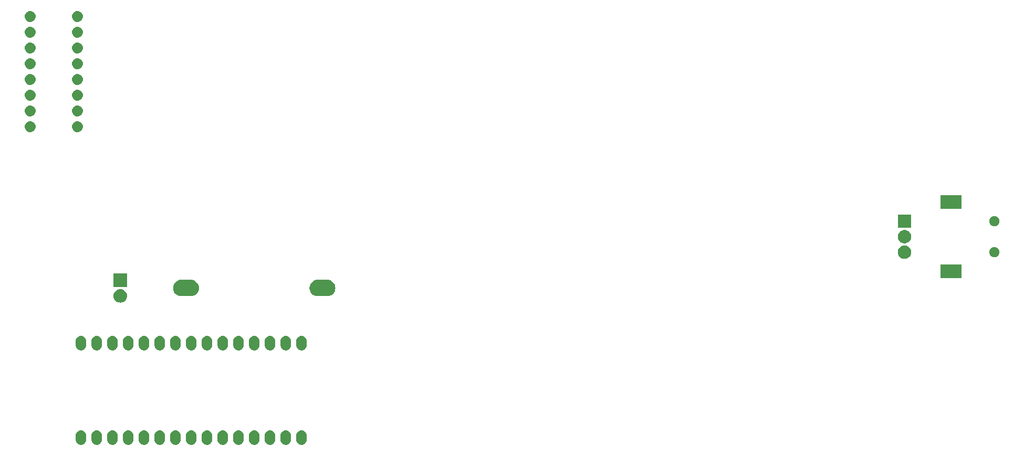
<source format=gbs>
G04 #@! TF.GenerationSoftware,KiCad,Pcbnew,5.0.0-rc2*
G04 #@! TF.CreationDate,2019-03-17T20:22:20-04:00*
G04 #@! TF.ProjectId,pcb,7063622E6B696361645F706362000000,rev?*
G04 #@! TF.SameCoordinates,Original*
G04 #@! TF.FileFunction,Soldermask,Bot*
G04 #@! TF.FilePolarity,Negative*
%FSLAX46Y46*%
G04 Gerber Fmt 4.6, Leading zero omitted, Abs format (unit mm)*
G04 Created by KiCad (PCBNEW 5.0.0-rc2) date Sun Mar 17 20:22:20 2019*
%MOMM*%
%LPD*%
G01*
G04 APERTURE LIST*
%ADD10C,0.100000*%
G04 APERTURE END LIST*
D10*
G36*
X192504312Y-174716109D02*
X192504315Y-174716110D01*
X192504316Y-174716110D01*
X192541361Y-174727347D01*
X192662316Y-174764038D01*
X192807933Y-174841872D01*
X192935564Y-174946617D01*
X193040309Y-175074248D01*
X193118143Y-175219865D01*
X193118528Y-175221135D01*
X193166071Y-175377864D01*
X193166072Y-175377869D01*
X193178200Y-175501006D01*
X193178199Y-176258995D01*
X193166071Y-176382132D01*
X193118142Y-176540136D01*
X193040308Y-176685753D01*
X192935563Y-176813384D01*
X192807932Y-176918129D01*
X192662315Y-176995963D01*
X192541360Y-177032654D01*
X192504315Y-177043891D01*
X192504314Y-177043891D01*
X192504311Y-177043892D01*
X192340001Y-177060076D01*
X192175688Y-177043891D01*
X192175685Y-177043890D01*
X192175684Y-177043890D01*
X192138639Y-177032653D01*
X192017684Y-176995962D01*
X191872067Y-176918128D01*
X191744436Y-176813383D01*
X191639691Y-176685752D01*
X191561857Y-176540135D01*
X191525166Y-176419180D01*
X191513929Y-176382135D01*
X191513929Y-176382134D01*
X191513928Y-176382131D01*
X191501800Y-176258994D01*
X191501801Y-175501005D01*
X191513929Y-175377868D01*
X191561858Y-175219864D01*
X191639692Y-175074247D01*
X191744437Y-174946616D01*
X191872068Y-174841871D01*
X192017685Y-174764037D01*
X192138640Y-174727346D01*
X192175685Y-174716109D01*
X192175686Y-174716109D01*
X192175689Y-174716108D01*
X192339999Y-174699924D01*
X192504312Y-174716109D01*
X192504312Y-174716109D01*
G37*
G36*
X200124312Y-174716109D02*
X200124315Y-174716110D01*
X200124316Y-174716110D01*
X200161361Y-174727347D01*
X200282316Y-174764038D01*
X200427933Y-174841872D01*
X200555564Y-174946617D01*
X200660309Y-175074248D01*
X200738143Y-175219865D01*
X200738528Y-175221135D01*
X200786071Y-175377864D01*
X200786072Y-175377869D01*
X200798200Y-175501006D01*
X200798199Y-176258995D01*
X200786071Y-176382132D01*
X200738142Y-176540136D01*
X200660308Y-176685753D01*
X200555563Y-176813384D01*
X200427932Y-176918129D01*
X200282315Y-176995963D01*
X200161360Y-177032654D01*
X200124315Y-177043891D01*
X200124314Y-177043891D01*
X200124311Y-177043892D01*
X199960001Y-177060076D01*
X199795688Y-177043891D01*
X199795685Y-177043890D01*
X199795684Y-177043890D01*
X199758639Y-177032653D01*
X199637684Y-176995962D01*
X199492067Y-176918128D01*
X199364436Y-176813383D01*
X199259691Y-176685752D01*
X199181857Y-176540135D01*
X199145166Y-176419180D01*
X199133929Y-176382135D01*
X199133929Y-176382134D01*
X199133928Y-176382131D01*
X199121800Y-176258994D01*
X199121801Y-175501005D01*
X199133929Y-175377868D01*
X199181858Y-175219864D01*
X199259692Y-175074247D01*
X199364437Y-174946616D01*
X199492068Y-174841871D01*
X199637685Y-174764037D01*
X199758640Y-174727346D01*
X199795685Y-174716109D01*
X199795686Y-174716109D01*
X199795689Y-174716108D01*
X199959999Y-174699924D01*
X200124312Y-174716109D01*
X200124312Y-174716109D01*
G37*
G36*
X197584312Y-174716109D02*
X197584315Y-174716110D01*
X197584316Y-174716110D01*
X197621361Y-174727347D01*
X197742316Y-174764038D01*
X197887933Y-174841872D01*
X198015564Y-174946617D01*
X198120309Y-175074248D01*
X198198143Y-175219865D01*
X198198528Y-175221135D01*
X198246071Y-175377864D01*
X198246072Y-175377869D01*
X198258200Y-175501006D01*
X198258199Y-176258995D01*
X198246071Y-176382132D01*
X198198142Y-176540136D01*
X198120308Y-176685753D01*
X198015563Y-176813384D01*
X197887932Y-176918129D01*
X197742315Y-176995963D01*
X197621360Y-177032654D01*
X197584315Y-177043891D01*
X197584314Y-177043891D01*
X197584311Y-177043892D01*
X197420001Y-177060076D01*
X197255688Y-177043891D01*
X197255685Y-177043890D01*
X197255684Y-177043890D01*
X197218639Y-177032653D01*
X197097684Y-176995962D01*
X196952067Y-176918128D01*
X196824436Y-176813383D01*
X196719691Y-176685752D01*
X196641857Y-176540135D01*
X196605166Y-176419180D01*
X196593929Y-176382135D01*
X196593929Y-176382134D01*
X196593928Y-176382131D01*
X196581800Y-176258994D01*
X196581801Y-175501005D01*
X196593929Y-175377868D01*
X196641858Y-175219864D01*
X196719692Y-175074247D01*
X196824437Y-174946616D01*
X196952068Y-174841871D01*
X197097685Y-174764037D01*
X197218640Y-174727346D01*
X197255685Y-174716109D01*
X197255686Y-174716109D01*
X197255689Y-174716108D01*
X197419999Y-174699924D01*
X197584312Y-174716109D01*
X197584312Y-174716109D01*
G37*
G36*
X195044312Y-174716109D02*
X195044315Y-174716110D01*
X195044316Y-174716110D01*
X195081361Y-174727347D01*
X195202316Y-174764038D01*
X195347933Y-174841872D01*
X195475564Y-174946617D01*
X195580309Y-175074248D01*
X195658143Y-175219865D01*
X195658528Y-175221135D01*
X195706071Y-175377864D01*
X195706072Y-175377869D01*
X195718200Y-175501006D01*
X195718199Y-176258995D01*
X195706071Y-176382132D01*
X195658142Y-176540136D01*
X195580308Y-176685753D01*
X195475563Y-176813384D01*
X195347932Y-176918129D01*
X195202315Y-176995963D01*
X195081360Y-177032654D01*
X195044315Y-177043891D01*
X195044314Y-177043891D01*
X195044311Y-177043892D01*
X194880001Y-177060076D01*
X194715688Y-177043891D01*
X194715685Y-177043890D01*
X194715684Y-177043890D01*
X194678639Y-177032653D01*
X194557684Y-176995962D01*
X194412067Y-176918128D01*
X194284436Y-176813383D01*
X194179691Y-176685752D01*
X194101857Y-176540135D01*
X194065166Y-176419180D01*
X194053929Y-176382135D01*
X194053929Y-176382134D01*
X194053928Y-176382131D01*
X194041800Y-176258994D01*
X194041801Y-175501005D01*
X194053929Y-175377868D01*
X194101858Y-175219864D01*
X194179692Y-175074247D01*
X194284437Y-174946616D01*
X194412068Y-174841871D01*
X194557685Y-174764037D01*
X194678640Y-174727346D01*
X194715685Y-174716109D01*
X194715686Y-174716109D01*
X194715689Y-174716108D01*
X194879999Y-174699924D01*
X195044312Y-174716109D01*
X195044312Y-174716109D01*
G37*
G36*
X212824312Y-174717379D02*
X212824315Y-174717380D01*
X212824316Y-174717380D01*
X212861361Y-174728617D01*
X212982316Y-174765308D01*
X213127933Y-174843142D01*
X213255564Y-174947887D01*
X213360309Y-175075518D01*
X213438143Y-175221135D01*
X213474834Y-175342090D01*
X213486071Y-175379134D01*
X213486072Y-175379139D01*
X213498200Y-175502276D01*
X213498199Y-176257725D01*
X213486071Y-176380862D01*
X213438142Y-176538866D01*
X213360308Y-176684483D01*
X213255563Y-176812114D01*
X213127932Y-176916859D01*
X212982315Y-176994693D01*
X212861360Y-177031384D01*
X212824315Y-177042621D01*
X212824314Y-177042621D01*
X212824311Y-177042622D01*
X212660001Y-177058806D01*
X212495688Y-177042621D01*
X212495685Y-177042620D01*
X212495684Y-177042620D01*
X212458639Y-177031383D01*
X212337684Y-176994692D01*
X212192067Y-176916858D01*
X212064436Y-176812113D01*
X211959691Y-176684482D01*
X211881857Y-176538865D01*
X211834314Y-176382135D01*
X211833929Y-176380865D01*
X211833929Y-176380864D01*
X211833928Y-176380861D01*
X211821800Y-176257724D01*
X211821801Y-175502275D01*
X211833929Y-175379138D01*
X211881858Y-175221134D01*
X211959692Y-175075517D01*
X212064437Y-174947886D01*
X212192068Y-174843141D01*
X212337685Y-174765307D01*
X212495682Y-174717380D01*
X212495685Y-174717379D01*
X212495686Y-174717379D01*
X212495689Y-174717378D01*
X212659999Y-174701194D01*
X212824312Y-174717379D01*
X212824312Y-174717379D01*
G37*
G36*
X205204312Y-174717379D02*
X205204315Y-174717380D01*
X205204316Y-174717380D01*
X205241361Y-174728617D01*
X205362316Y-174765308D01*
X205507933Y-174843142D01*
X205635564Y-174947887D01*
X205740309Y-175075518D01*
X205818143Y-175221135D01*
X205854834Y-175342090D01*
X205866071Y-175379134D01*
X205866072Y-175379139D01*
X205878200Y-175502276D01*
X205878199Y-176257725D01*
X205866071Y-176380862D01*
X205818142Y-176538866D01*
X205740308Y-176684483D01*
X205635563Y-176812114D01*
X205507932Y-176916859D01*
X205362315Y-176994693D01*
X205241360Y-177031384D01*
X205204315Y-177042621D01*
X205204314Y-177042621D01*
X205204311Y-177042622D01*
X205040001Y-177058806D01*
X204875688Y-177042621D01*
X204875685Y-177042620D01*
X204875684Y-177042620D01*
X204838639Y-177031383D01*
X204717684Y-176994692D01*
X204572067Y-176916858D01*
X204444436Y-176812113D01*
X204339691Y-176684482D01*
X204261857Y-176538865D01*
X204214314Y-176382135D01*
X204213929Y-176380865D01*
X204213929Y-176380864D01*
X204213928Y-176380861D01*
X204201800Y-176257724D01*
X204201801Y-175502275D01*
X204213929Y-175379138D01*
X204261858Y-175221134D01*
X204339692Y-175075517D01*
X204444437Y-174947886D01*
X204572068Y-174843141D01*
X204717685Y-174765307D01*
X204875682Y-174717380D01*
X204875685Y-174717379D01*
X204875686Y-174717379D01*
X204875689Y-174717378D01*
X205039999Y-174701194D01*
X205204312Y-174717379D01*
X205204312Y-174717379D01*
G37*
G36*
X207744312Y-174717379D02*
X207744315Y-174717380D01*
X207744316Y-174717380D01*
X207781361Y-174728617D01*
X207902316Y-174765308D01*
X208047933Y-174843142D01*
X208175564Y-174947887D01*
X208280309Y-175075518D01*
X208358143Y-175221135D01*
X208394834Y-175342090D01*
X208406071Y-175379134D01*
X208406072Y-175379139D01*
X208418200Y-175502276D01*
X208418199Y-176257725D01*
X208406071Y-176380862D01*
X208358142Y-176538866D01*
X208280308Y-176684483D01*
X208175563Y-176812114D01*
X208047932Y-176916859D01*
X207902315Y-176994693D01*
X207781360Y-177031384D01*
X207744315Y-177042621D01*
X207744314Y-177042621D01*
X207744311Y-177042622D01*
X207580001Y-177058806D01*
X207415688Y-177042621D01*
X207415685Y-177042620D01*
X207415684Y-177042620D01*
X207378639Y-177031383D01*
X207257684Y-176994692D01*
X207112067Y-176916858D01*
X206984436Y-176812113D01*
X206879691Y-176684482D01*
X206801857Y-176538865D01*
X206754314Y-176382135D01*
X206753929Y-176380865D01*
X206753929Y-176380864D01*
X206753928Y-176380861D01*
X206741800Y-176257724D01*
X206741801Y-175502275D01*
X206753929Y-175379138D01*
X206801858Y-175221134D01*
X206879692Y-175075517D01*
X206984437Y-174947886D01*
X207112068Y-174843141D01*
X207257685Y-174765307D01*
X207415682Y-174717380D01*
X207415685Y-174717379D01*
X207415686Y-174717379D01*
X207415689Y-174717378D01*
X207579999Y-174701194D01*
X207744312Y-174717379D01*
X207744312Y-174717379D01*
G37*
G36*
X210284312Y-174717379D02*
X210284315Y-174717380D01*
X210284316Y-174717380D01*
X210321361Y-174728617D01*
X210442316Y-174765308D01*
X210587933Y-174843142D01*
X210715564Y-174947887D01*
X210820309Y-175075518D01*
X210898143Y-175221135D01*
X210934834Y-175342090D01*
X210946071Y-175379134D01*
X210946072Y-175379139D01*
X210958200Y-175502276D01*
X210958199Y-176257725D01*
X210946071Y-176380862D01*
X210898142Y-176538866D01*
X210820308Y-176684483D01*
X210715563Y-176812114D01*
X210587932Y-176916859D01*
X210442315Y-176994693D01*
X210321360Y-177031384D01*
X210284315Y-177042621D01*
X210284314Y-177042621D01*
X210284311Y-177042622D01*
X210120001Y-177058806D01*
X209955688Y-177042621D01*
X209955685Y-177042620D01*
X209955684Y-177042620D01*
X209918639Y-177031383D01*
X209797684Y-176994692D01*
X209652067Y-176916858D01*
X209524436Y-176812113D01*
X209419691Y-176684482D01*
X209341857Y-176538865D01*
X209294314Y-176382135D01*
X209293929Y-176380865D01*
X209293929Y-176380864D01*
X209293928Y-176380861D01*
X209281800Y-176257724D01*
X209281801Y-175502275D01*
X209293929Y-175379138D01*
X209341858Y-175221134D01*
X209419692Y-175075517D01*
X209524437Y-174947886D01*
X209652068Y-174843141D01*
X209797685Y-174765307D01*
X209955682Y-174717380D01*
X209955685Y-174717379D01*
X209955686Y-174717379D01*
X209955689Y-174717378D01*
X210119999Y-174701194D01*
X210284312Y-174717379D01*
X210284312Y-174717379D01*
G37*
G36*
X220444312Y-174717379D02*
X220444315Y-174717380D01*
X220444316Y-174717380D01*
X220481361Y-174728617D01*
X220602316Y-174765308D01*
X220747933Y-174843142D01*
X220875564Y-174947887D01*
X220980309Y-175075518D01*
X221058143Y-175221135D01*
X221094834Y-175342090D01*
X221106071Y-175379134D01*
X221106072Y-175379139D01*
X221118200Y-175502276D01*
X221118199Y-176257725D01*
X221106071Y-176380862D01*
X221058142Y-176538866D01*
X220980308Y-176684483D01*
X220875563Y-176812114D01*
X220747932Y-176916859D01*
X220602315Y-176994693D01*
X220481360Y-177031384D01*
X220444315Y-177042621D01*
X220444314Y-177042621D01*
X220444311Y-177042622D01*
X220280001Y-177058806D01*
X220115688Y-177042621D01*
X220115685Y-177042620D01*
X220115684Y-177042620D01*
X220078639Y-177031383D01*
X219957684Y-176994692D01*
X219812067Y-176916858D01*
X219684436Y-176812113D01*
X219579691Y-176684482D01*
X219501857Y-176538865D01*
X219454314Y-176382135D01*
X219453929Y-176380865D01*
X219453929Y-176380864D01*
X219453928Y-176380861D01*
X219441800Y-176257724D01*
X219441801Y-175502275D01*
X219453929Y-175379138D01*
X219501858Y-175221134D01*
X219579692Y-175075517D01*
X219684437Y-174947886D01*
X219812068Y-174843141D01*
X219957685Y-174765307D01*
X220115682Y-174717380D01*
X220115685Y-174717379D01*
X220115686Y-174717379D01*
X220115689Y-174717378D01*
X220279999Y-174701194D01*
X220444312Y-174717379D01*
X220444312Y-174717379D01*
G37*
G36*
X215364312Y-174717379D02*
X215364315Y-174717380D01*
X215364316Y-174717380D01*
X215401361Y-174728617D01*
X215522316Y-174765308D01*
X215667933Y-174843142D01*
X215795564Y-174947887D01*
X215900309Y-175075518D01*
X215978143Y-175221135D01*
X216014834Y-175342090D01*
X216026071Y-175379134D01*
X216026072Y-175379139D01*
X216038200Y-175502276D01*
X216038199Y-176257725D01*
X216026071Y-176380862D01*
X215978142Y-176538866D01*
X215900308Y-176684483D01*
X215795563Y-176812114D01*
X215667932Y-176916859D01*
X215522315Y-176994693D01*
X215401360Y-177031384D01*
X215364315Y-177042621D01*
X215364314Y-177042621D01*
X215364311Y-177042622D01*
X215200001Y-177058806D01*
X215035688Y-177042621D01*
X215035685Y-177042620D01*
X215035684Y-177042620D01*
X214998639Y-177031383D01*
X214877684Y-176994692D01*
X214732067Y-176916858D01*
X214604436Y-176812113D01*
X214499691Y-176684482D01*
X214421857Y-176538865D01*
X214374314Y-176382135D01*
X214373929Y-176380865D01*
X214373929Y-176380864D01*
X214373928Y-176380861D01*
X214361800Y-176257724D01*
X214361801Y-175502275D01*
X214373929Y-175379138D01*
X214421858Y-175221134D01*
X214499692Y-175075517D01*
X214604437Y-174947886D01*
X214732068Y-174843141D01*
X214877685Y-174765307D01*
X215035682Y-174717380D01*
X215035685Y-174717379D01*
X215035686Y-174717379D01*
X215035689Y-174717378D01*
X215199999Y-174701194D01*
X215364312Y-174717379D01*
X215364312Y-174717379D01*
G37*
G36*
X217904312Y-174717379D02*
X217904315Y-174717380D01*
X217904316Y-174717380D01*
X217941361Y-174728617D01*
X218062316Y-174765308D01*
X218207933Y-174843142D01*
X218335564Y-174947887D01*
X218440309Y-175075518D01*
X218518143Y-175221135D01*
X218554834Y-175342090D01*
X218566071Y-175379134D01*
X218566072Y-175379139D01*
X218578200Y-175502276D01*
X218578199Y-176257725D01*
X218566071Y-176380862D01*
X218518142Y-176538866D01*
X218440308Y-176684483D01*
X218335563Y-176812114D01*
X218207932Y-176916859D01*
X218062315Y-176994693D01*
X217941360Y-177031384D01*
X217904315Y-177042621D01*
X217904314Y-177042621D01*
X217904311Y-177042622D01*
X217740001Y-177058806D01*
X217575688Y-177042621D01*
X217575685Y-177042620D01*
X217575684Y-177042620D01*
X217538639Y-177031383D01*
X217417684Y-176994692D01*
X217272067Y-176916858D01*
X217144436Y-176812113D01*
X217039691Y-176684482D01*
X216961857Y-176538865D01*
X216914314Y-176382135D01*
X216913929Y-176380865D01*
X216913929Y-176380864D01*
X216913928Y-176380861D01*
X216901800Y-176257724D01*
X216901801Y-175502275D01*
X216913929Y-175379138D01*
X216961858Y-175221134D01*
X217039692Y-175075517D01*
X217144437Y-174947886D01*
X217272068Y-174843141D01*
X217417685Y-174765307D01*
X217575682Y-174717380D01*
X217575685Y-174717379D01*
X217575686Y-174717379D01*
X217575689Y-174717378D01*
X217739999Y-174701194D01*
X217904312Y-174717379D01*
X217904312Y-174717379D01*
G37*
G36*
X222984312Y-174717379D02*
X222984315Y-174717380D01*
X222984316Y-174717380D01*
X223021361Y-174728617D01*
X223142316Y-174765308D01*
X223287933Y-174843142D01*
X223415564Y-174947887D01*
X223520309Y-175075518D01*
X223598143Y-175221135D01*
X223634834Y-175342090D01*
X223646071Y-175379134D01*
X223646072Y-175379139D01*
X223658200Y-175502276D01*
X223658199Y-176257725D01*
X223646071Y-176380862D01*
X223598142Y-176538866D01*
X223520308Y-176684483D01*
X223415563Y-176812114D01*
X223287932Y-176916859D01*
X223142315Y-176994693D01*
X223021360Y-177031384D01*
X222984315Y-177042621D01*
X222984314Y-177042621D01*
X222984311Y-177042622D01*
X222820001Y-177058806D01*
X222655688Y-177042621D01*
X222655685Y-177042620D01*
X222655684Y-177042620D01*
X222618639Y-177031383D01*
X222497684Y-176994692D01*
X222352067Y-176916858D01*
X222224436Y-176812113D01*
X222119691Y-176684482D01*
X222041857Y-176538865D01*
X221994314Y-176382135D01*
X221993929Y-176380865D01*
X221993929Y-176380864D01*
X221993928Y-176380861D01*
X221981800Y-176257724D01*
X221981801Y-175502275D01*
X221993929Y-175379138D01*
X222041858Y-175221134D01*
X222119692Y-175075517D01*
X222224437Y-174947886D01*
X222352068Y-174843141D01*
X222497685Y-174765307D01*
X222655682Y-174717380D01*
X222655685Y-174717379D01*
X222655686Y-174717379D01*
X222655689Y-174717378D01*
X222819999Y-174701194D01*
X222984312Y-174717379D01*
X222984312Y-174717379D01*
G37*
G36*
X225524312Y-174717379D02*
X225524315Y-174717380D01*
X225524316Y-174717380D01*
X225561361Y-174728617D01*
X225682316Y-174765308D01*
X225827933Y-174843142D01*
X225955564Y-174947887D01*
X226060309Y-175075518D01*
X226138143Y-175221135D01*
X226174834Y-175342090D01*
X226186071Y-175379134D01*
X226186072Y-175379139D01*
X226198200Y-175502276D01*
X226198199Y-176257725D01*
X226186071Y-176380862D01*
X226138142Y-176538866D01*
X226060308Y-176684483D01*
X225955563Y-176812114D01*
X225827932Y-176916859D01*
X225682315Y-176994693D01*
X225561360Y-177031384D01*
X225524315Y-177042621D01*
X225524314Y-177042621D01*
X225524311Y-177042622D01*
X225360001Y-177058806D01*
X225195688Y-177042621D01*
X225195685Y-177042620D01*
X225195684Y-177042620D01*
X225158639Y-177031383D01*
X225037684Y-176994692D01*
X224892067Y-176916858D01*
X224764436Y-176812113D01*
X224659691Y-176684482D01*
X224581857Y-176538865D01*
X224534314Y-176382135D01*
X224533929Y-176380865D01*
X224533929Y-176380864D01*
X224533928Y-176380861D01*
X224521800Y-176257724D01*
X224521801Y-175502275D01*
X224533929Y-175379138D01*
X224581858Y-175221134D01*
X224659692Y-175075517D01*
X224764437Y-174947886D01*
X224892068Y-174843141D01*
X225037685Y-174765307D01*
X225195682Y-174717380D01*
X225195685Y-174717379D01*
X225195686Y-174717379D01*
X225195689Y-174717378D01*
X225359999Y-174701194D01*
X225524312Y-174717379D01*
X225524312Y-174717379D01*
G37*
G36*
X228064312Y-174717379D02*
X228064315Y-174717380D01*
X228064316Y-174717380D01*
X228101361Y-174728617D01*
X228222316Y-174765308D01*
X228367933Y-174843142D01*
X228495564Y-174947887D01*
X228600309Y-175075518D01*
X228678143Y-175221135D01*
X228714834Y-175342090D01*
X228726071Y-175379134D01*
X228726072Y-175379139D01*
X228738200Y-175502276D01*
X228738199Y-176257725D01*
X228726071Y-176380862D01*
X228678142Y-176538866D01*
X228600308Y-176684483D01*
X228495563Y-176812114D01*
X228367932Y-176916859D01*
X228222315Y-176994693D01*
X228101360Y-177031384D01*
X228064315Y-177042621D01*
X228064314Y-177042621D01*
X228064311Y-177042622D01*
X227900001Y-177058806D01*
X227735688Y-177042621D01*
X227735685Y-177042620D01*
X227735684Y-177042620D01*
X227698639Y-177031383D01*
X227577684Y-176994692D01*
X227432067Y-176916858D01*
X227304436Y-176812113D01*
X227199691Y-176684482D01*
X227121857Y-176538865D01*
X227074314Y-176382135D01*
X227073929Y-176380865D01*
X227073929Y-176380864D01*
X227073928Y-176380861D01*
X227061800Y-176257724D01*
X227061801Y-175502275D01*
X227073929Y-175379138D01*
X227121858Y-175221134D01*
X227199692Y-175075517D01*
X227304437Y-174947886D01*
X227432068Y-174843141D01*
X227577685Y-174765307D01*
X227735682Y-174717380D01*
X227735685Y-174717379D01*
X227735686Y-174717379D01*
X227735689Y-174717378D01*
X227899999Y-174701194D01*
X228064312Y-174717379D01*
X228064312Y-174717379D01*
G37*
G36*
X202664312Y-174717379D02*
X202664315Y-174717380D01*
X202664316Y-174717380D01*
X202701361Y-174728617D01*
X202822316Y-174765308D01*
X202967933Y-174843142D01*
X203095564Y-174947887D01*
X203200309Y-175075518D01*
X203278143Y-175221135D01*
X203314834Y-175342090D01*
X203326071Y-175379134D01*
X203326072Y-175379139D01*
X203338200Y-175502276D01*
X203338199Y-176257725D01*
X203326071Y-176380862D01*
X203278142Y-176538866D01*
X203200308Y-176684483D01*
X203095563Y-176812114D01*
X202967932Y-176916859D01*
X202822315Y-176994693D01*
X202701360Y-177031384D01*
X202664315Y-177042621D01*
X202664314Y-177042621D01*
X202664311Y-177042622D01*
X202500001Y-177058806D01*
X202335688Y-177042621D01*
X202335685Y-177042620D01*
X202335684Y-177042620D01*
X202298639Y-177031383D01*
X202177684Y-176994692D01*
X202032067Y-176916858D01*
X201904436Y-176812113D01*
X201799691Y-176684482D01*
X201721857Y-176538865D01*
X201674314Y-176382135D01*
X201673929Y-176380865D01*
X201673929Y-176380864D01*
X201673928Y-176380861D01*
X201661800Y-176257724D01*
X201661801Y-175502275D01*
X201673929Y-175379138D01*
X201721858Y-175221134D01*
X201799692Y-175075517D01*
X201904437Y-174947886D01*
X202032068Y-174843141D01*
X202177685Y-174765307D01*
X202335682Y-174717380D01*
X202335685Y-174717379D01*
X202335686Y-174717379D01*
X202335689Y-174717378D01*
X202499999Y-174701194D01*
X202664312Y-174717379D01*
X202664312Y-174717379D01*
G37*
G36*
X220444312Y-159476109D02*
X220444315Y-159476110D01*
X220444316Y-159476110D01*
X220481361Y-159487347D01*
X220602316Y-159524038D01*
X220747933Y-159601872D01*
X220875564Y-159706617D01*
X220980309Y-159834248D01*
X221058143Y-159979865D01*
X221094834Y-160100820D01*
X221106071Y-160137864D01*
X221106072Y-160137869D01*
X221118200Y-160261006D01*
X221118199Y-161018995D01*
X221106071Y-161142132D01*
X221058142Y-161300136D01*
X220980308Y-161445753D01*
X220875563Y-161573384D01*
X220747932Y-161678129D01*
X220602315Y-161755963D01*
X220481360Y-161792654D01*
X220444315Y-161803891D01*
X220444314Y-161803891D01*
X220444311Y-161803892D01*
X220280001Y-161820076D01*
X220115688Y-161803891D01*
X220115685Y-161803890D01*
X220115684Y-161803890D01*
X220078639Y-161792653D01*
X219957684Y-161755962D01*
X219812067Y-161678128D01*
X219684436Y-161573383D01*
X219579691Y-161445752D01*
X219501857Y-161300135D01*
X219465166Y-161179180D01*
X219453929Y-161142135D01*
X219453929Y-161142134D01*
X219453928Y-161142131D01*
X219441800Y-161018994D01*
X219441801Y-160261005D01*
X219453929Y-160137868D01*
X219501858Y-159979864D01*
X219579692Y-159834247D01*
X219684437Y-159706616D01*
X219812068Y-159601871D01*
X219957685Y-159524037D01*
X220115682Y-159476110D01*
X220115685Y-159476109D01*
X220115686Y-159476109D01*
X220115689Y-159476108D01*
X220279999Y-159459924D01*
X220444312Y-159476109D01*
X220444312Y-159476109D01*
G37*
G36*
X222984312Y-159476109D02*
X222984315Y-159476110D01*
X222984316Y-159476110D01*
X223021361Y-159487347D01*
X223142316Y-159524038D01*
X223287933Y-159601872D01*
X223415564Y-159706617D01*
X223520309Y-159834248D01*
X223598143Y-159979865D01*
X223634834Y-160100820D01*
X223646071Y-160137864D01*
X223646072Y-160137869D01*
X223658200Y-160261006D01*
X223658199Y-161018995D01*
X223646071Y-161142132D01*
X223598142Y-161300136D01*
X223520308Y-161445753D01*
X223415563Y-161573384D01*
X223287932Y-161678129D01*
X223142315Y-161755963D01*
X223021360Y-161792654D01*
X222984315Y-161803891D01*
X222984314Y-161803891D01*
X222984311Y-161803892D01*
X222820001Y-161820076D01*
X222655688Y-161803891D01*
X222655685Y-161803890D01*
X222655684Y-161803890D01*
X222618639Y-161792653D01*
X222497684Y-161755962D01*
X222352067Y-161678128D01*
X222224436Y-161573383D01*
X222119691Y-161445752D01*
X222041857Y-161300135D01*
X222005166Y-161179180D01*
X221993929Y-161142135D01*
X221993929Y-161142134D01*
X221993928Y-161142131D01*
X221981800Y-161018994D01*
X221981801Y-160261005D01*
X221993929Y-160137868D01*
X222041858Y-159979864D01*
X222119692Y-159834247D01*
X222224437Y-159706616D01*
X222352068Y-159601871D01*
X222497685Y-159524037D01*
X222655682Y-159476110D01*
X222655685Y-159476109D01*
X222655686Y-159476109D01*
X222655689Y-159476108D01*
X222819999Y-159459924D01*
X222984312Y-159476109D01*
X222984312Y-159476109D01*
G37*
G36*
X217904312Y-159476109D02*
X217904315Y-159476110D01*
X217904316Y-159476110D01*
X217941361Y-159487347D01*
X218062316Y-159524038D01*
X218207933Y-159601872D01*
X218335564Y-159706617D01*
X218440309Y-159834248D01*
X218518143Y-159979865D01*
X218554834Y-160100820D01*
X218566071Y-160137864D01*
X218566072Y-160137869D01*
X218578200Y-160261006D01*
X218578199Y-161018995D01*
X218566071Y-161142132D01*
X218518142Y-161300136D01*
X218440308Y-161445753D01*
X218335563Y-161573384D01*
X218207932Y-161678129D01*
X218062315Y-161755963D01*
X217941360Y-161792654D01*
X217904315Y-161803891D01*
X217904314Y-161803891D01*
X217904311Y-161803892D01*
X217740001Y-161820076D01*
X217575688Y-161803891D01*
X217575685Y-161803890D01*
X217575684Y-161803890D01*
X217538639Y-161792653D01*
X217417684Y-161755962D01*
X217272067Y-161678128D01*
X217144436Y-161573383D01*
X217039691Y-161445752D01*
X216961857Y-161300135D01*
X216925166Y-161179180D01*
X216913929Y-161142135D01*
X216913929Y-161142134D01*
X216913928Y-161142131D01*
X216901800Y-161018994D01*
X216901801Y-160261005D01*
X216913929Y-160137868D01*
X216961858Y-159979864D01*
X217039692Y-159834247D01*
X217144437Y-159706616D01*
X217272068Y-159601871D01*
X217417685Y-159524037D01*
X217575682Y-159476110D01*
X217575685Y-159476109D01*
X217575686Y-159476109D01*
X217575689Y-159476108D01*
X217739999Y-159459924D01*
X217904312Y-159476109D01*
X217904312Y-159476109D01*
G37*
G36*
X215364312Y-159476109D02*
X215364315Y-159476110D01*
X215364316Y-159476110D01*
X215401361Y-159487347D01*
X215522316Y-159524038D01*
X215667933Y-159601872D01*
X215795564Y-159706617D01*
X215900309Y-159834248D01*
X215978143Y-159979865D01*
X216014834Y-160100820D01*
X216026071Y-160137864D01*
X216026072Y-160137869D01*
X216038200Y-160261006D01*
X216038199Y-161018995D01*
X216026071Y-161142132D01*
X215978142Y-161300136D01*
X215900308Y-161445753D01*
X215795563Y-161573384D01*
X215667932Y-161678129D01*
X215522315Y-161755963D01*
X215401360Y-161792654D01*
X215364315Y-161803891D01*
X215364314Y-161803891D01*
X215364311Y-161803892D01*
X215200001Y-161820076D01*
X215035688Y-161803891D01*
X215035685Y-161803890D01*
X215035684Y-161803890D01*
X214998639Y-161792653D01*
X214877684Y-161755962D01*
X214732067Y-161678128D01*
X214604436Y-161573383D01*
X214499691Y-161445752D01*
X214421857Y-161300135D01*
X214385166Y-161179180D01*
X214373929Y-161142135D01*
X214373929Y-161142134D01*
X214373928Y-161142131D01*
X214361800Y-161018994D01*
X214361801Y-160261005D01*
X214373929Y-160137868D01*
X214421858Y-159979864D01*
X214499692Y-159834247D01*
X214604437Y-159706616D01*
X214732068Y-159601871D01*
X214877685Y-159524037D01*
X215035682Y-159476110D01*
X215035685Y-159476109D01*
X215035686Y-159476109D01*
X215035689Y-159476108D01*
X215199999Y-159459924D01*
X215364312Y-159476109D01*
X215364312Y-159476109D01*
G37*
G36*
X212824312Y-159476109D02*
X212824315Y-159476110D01*
X212824316Y-159476110D01*
X212861361Y-159487347D01*
X212982316Y-159524038D01*
X213127933Y-159601872D01*
X213255564Y-159706617D01*
X213360309Y-159834248D01*
X213438143Y-159979865D01*
X213474834Y-160100820D01*
X213486071Y-160137864D01*
X213486072Y-160137869D01*
X213498200Y-160261006D01*
X213498199Y-161018995D01*
X213486071Y-161142132D01*
X213438142Y-161300136D01*
X213360308Y-161445753D01*
X213255563Y-161573384D01*
X213127932Y-161678129D01*
X212982315Y-161755963D01*
X212861360Y-161792654D01*
X212824315Y-161803891D01*
X212824314Y-161803891D01*
X212824311Y-161803892D01*
X212660001Y-161820076D01*
X212495688Y-161803891D01*
X212495685Y-161803890D01*
X212495684Y-161803890D01*
X212458639Y-161792653D01*
X212337684Y-161755962D01*
X212192067Y-161678128D01*
X212064436Y-161573383D01*
X211959691Y-161445752D01*
X211881857Y-161300135D01*
X211845166Y-161179180D01*
X211833929Y-161142135D01*
X211833929Y-161142134D01*
X211833928Y-161142131D01*
X211821800Y-161018994D01*
X211821801Y-160261005D01*
X211833929Y-160137868D01*
X211881858Y-159979864D01*
X211959692Y-159834247D01*
X212064437Y-159706616D01*
X212192068Y-159601871D01*
X212337685Y-159524037D01*
X212495682Y-159476110D01*
X212495685Y-159476109D01*
X212495686Y-159476109D01*
X212495689Y-159476108D01*
X212659999Y-159459924D01*
X212824312Y-159476109D01*
X212824312Y-159476109D01*
G37*
G36*
X210284312Y-159476109D02*
X210284315Y-159476110D01*
X210284316Y-159476110D01*
X210321361Y-159487347D01*
X210442316Y-159524038D01*
X210587933Y-159601872D01*
X210715564Y-159706617D01*
X210820309Y-159834248D01*
X210898143Y-159979865D01*
X210934834Y-160100820D01*
X210946071Y-160137864D01*
X210946072Y-160137869D01*
X210958200Y-160261006D01*
X210958199Y-161018995D01*
X210946071Y-161142132D01*
X210898142Y-161300136D01*
X210820308Y-161445753D01*
X210715563Y-161573384D01*
X210587932Y-161678129D01*
X210442315Y-161755963D01*
X210321360Y-161792654D01*
X210284315Y-161803891D01*
X210284314Y-161803891D01*
X210284311Y-161803892D01*
X210120001Y-161820076D01*
X209955688Y-161803891D01*
X209955685Y-161803890D01*
X209955684Y-161803890D01*
X209918639Y-161792653D01*
X209797684Y-161755962D01*
X209652067Y-161678128D01*
X209524436Y-161573383D01*
X209419691Y-161445752D01*
X209341857Y-161300135D01*
X209305166Y-161179180D01*
X209293929Y-161142135D01*
X209293929Y-161142134D01*
X209293928Y-161142131D01*
X209281800Y-161018994D01*
X209281801Y-160261005D01*
X209293929Y-160137868D01*
X209341858Y-159979864D01*
X209419692Y-159834247D01*
X209524437Y-159706616D01*
X209652068Y-159601871D01*
X209797685Y-159524037D01*
X209955682Y-159476110D01*
X209955685Y-159476109D01*
X209955686Y-159476109D01*
X209955689Y-159476108D01*
X210119999Y-159459924D01*
X210284312Y-159476109D01*
X210284312Y-159476109D01*
G37*
G36*
X207744312Y-159476109D02*
X207744315Y-159476110D01*
X207744316Y-159476110D01*
X207781361Y-159487347D01*
X207902316Y-159524038D01*
X208047933Y-159601872D01*
X208175564Y-159706617D01*
X208280309Y-159834248D01*
X208358143Y-159979865D01*
X208394834Y-160100820D01*
X208406071Y-160137864D01*
X208406072Y-160137869D01*
X208418200Y-160261006D01*
X208418199Y-161018995D01*
X208406071Y-161142132D01*
X208358142Y-161300136D01*
X208280308Y-161445753D01*
X208175563Y-161573384D01*
X208047932Y-161678129D01*
X207902315Y-161755963D01*
X207781360Y-161792654D01*
X207744315Y-161803891D01*
X207744314Y-161803891D01*
X207744311Y-161803892D01*
X207580001Y-161820076D01*
X207415688Y-161803891D01*
X207415685Y-161803890D01*
X207415684Y-161803890D01*
X207378639Y-161792653D01*
X207257684Y-161755962D01*
X207112067Y-161678128D01*
X206984436Y-161573383D01*
X206879691Y-161445752D01*
X206801857Y-161300135D01*
X206765166Y-161179180D01*
X206753929Y-161142135D01*
X206753929Y-161142134D01*
X206753928Y-161142131D01*
X206741800Y-161018994D01*
X206741801Y-160261005D01*
X206753929Y-160137868D01*
X206801858Y-159979864D01*
X206879692Y-159834247D01*
X206984437Y-159706616D01*
X207112068Y-159601871D01*
X207257685Y-159524037D01*
X207415682Y-159476110D01*
X207415685Y-159476109D01*
X207415686Y-159476109D01*
X207415689Y-159476108D01*
X207579999Y-159459924D01*
X207744312Y-159476109D01*
X207744312Y-159476109D01*
G37*
G36*
X202664312Y-159476109D02*
X202664315Y-159476110D01*
X202664316Y-159476110D01*
X202701361Y-159487347D01*
X202822316Y-159524038D01*
X202967933Y-159601872D01*
X203095564Y-159706617D01*
X203200309Y-159834248D01*
X203278143Y-159979865D01*
X203314834Y-160100820D01*
X203326071Y-160137864D01*
X203326072Y-160137869D01*
X203338200Y-160261006D01*
X203338199Y-161018995D01*
X203326071Y-161142132D01*
X203278142Y-161300136D01*
X203200308Y-161445753D01*
X203095563Y-161573384D01*
X202967932Y-161678129D01*
X202822315Y-161755963D01*
X202701360Y-161792654D01*
X202664315Y-161803891D01*
X202664314Y-161803891D01*
X202664311Y-161803892D01*
X202500001Y-161820076D01*
X202335688Y-161803891D01*
X202335685Y-161803890D01*
X202335684Y-161803890D01*
X202298639Y-161792653D01*
X202177684Y-161755962D01*
X202032067Y-161678128D01*
X201904436Y-161573383D01*
X201799691Y-161445752D01*
X201721857Y-161300135D01*
X201685166Y-161179180D01*
X201673929Y-161142135D01*
X201673929Y-161142134D01*
X201673928Y-161142131D01*
X201661800Y-161018994D01*
X201661801Y-160261005D01*
X201673929Y-160137868D01*
X201721858Y-159979864D01*
X201799692Y-159834247D01*
X201904437Y-159706616D01*
X202032068Y-159601871D01*
X202177685Y-159524037D01*
X202335682Y-159476110D01*
X202335685Y-159476109D01*
X202335686Y-159476109D01*
X202335689Y-159476108D01*
X202499999Y-159459924D01*
X202664312Y-159476109D01*
X202664312Y-159476109D01*
G37*
G36*
X205204312Y-159476109D02*
X205204315Y-159476110D01*
X205204316Y-159476110D01*
X205241361Y-159487347D01*
X205362316Y-159524038D01*
X205507933Y-159601872D01*
X205635564Y-159706617D01*
X205740309Y-159834248D01*
X205818143Y-159979865D01*
X205854834Y-160100820D01*
X205866071Y-160137864D01*
X205866072Y-160137869D01*
X205878200Y-160261006D01*
X205878199Y-161018995D01*
X205866071Y-161142132D01*
X205818142Y-161300136D01*
X205740308Y-161445753D01*
X205635563Y-161573384D01*
X205507932Y-161678129D01*
X205362315Y-161755963D01*
X205241360Y-161792654D01*
X205204315Y-161803891D01*
X205204314Y-161803891D01*
X205204311Y-161803892D01*
X205040001Y-161820076D01*
X204875688Y-161803891D01*
X204875685Y-161803890D01*
X204875684Y-161803890D01*
X204838639Y-161792653D01*
X204717684Y-161755962D01*
X204572067Y-161678128D01*
X204444436Y-161573383D01*
X204339691Y-161445752D01*
X204261857Y-161300135D01*
X204225166Y-161179180D01*
X204213929Y-161142135D01*
X204213929Y-161142134D01*
X204213928Y-161142131D01*
X204201800Y-161018994D01*
X204201801Y-160261005D01*
X204213929Y-160137868D01*
X204261858Y-159979864D01*
X204339692Y-159834247D01*
X204444437Y-159706616D01*
X204572068Y-159601871D01*
X204717685Y-159524037D01*
X204875682Y-159476110D01*
X204875685Y-159476109D01*
X204875686Y-159476109D01*
X204875689Y-159476108D01*
X205039999Y-159459924D01*
X205204312Y-159476109D01*
X205204312Y-159476109D01*
G37*
G36*
X228064312Y-159476109D02*
X228064315Y-159476110D01*
X228064316Y-159476110D01*
X228101361Y-159487347D01*
X228222316Y-159524038D01*
X228367933Y-159601872D01*
X228495564Y-159706617D01*
X228600309Y-159834248D01*
X228678143Y-159979865D01*
X228714834Y-160100820D01*
X228726071Y-160137864D01*
X228726072Y-160137869D01*
X228738200Y-160261006D01*
X228738199Y-161018995D01*
X228726071Y-161142132D01*
X228678142Y-161300136D01*
X228600308Y-161445753D01*
X228495563Y-161573384D01*
X228367932Y-161678129D01*
X228222315Y-161755963D01*
X228101360Y-161792654D01*
X228064315Y-161803891D01*
X228064314Y-161803891D01*
X228064311Y-161803892D01*
X227900001Y-161820076D01*
X227735688Y-161803891D01*
X227735685Y-161803890D01*
X227735684Y-161803890D01*
X227698639Y-161792653D01*
X227577684Y-161755962D01*
X227432067Y-161678128D01*
X227304436Y-161573383D01*
X227199691Y-161445752D01*
X227121857Y-161300135D01*
X227085166Y-161179180D01*
X227073929Y-161142135D01*
X227073929Y-161142134D01*
X227073928Y-161142131D01*
X227061800Y-161018994D01*
X227061801Y-160261005D01*
X227073929Y-160137868D01*
X227121858Y-159979864D01*
X227199692Y-159834247D01*
X227304437Y-159706616D01*
X227432068Y-159601871D01*
X227577685Y-159524037D01*
X227735682Y-159476110D01*
X227735685Y-159476109D01*
X227735686Y-159476109D01*
X227735689Y-159476108D01*
X227899999Y-159459924D01*
X228064312Y-159476109D01*
X228064312Y-159476109D01*
G37*
G36*
X225524312Y-159476109D02*
X225524315Y-159476110D01*
X225524316Y-159476110D01*
X225561361Y-159487347D01*
X225682316Y-159524038D01*
X225827933Y-159601872D01*
X225955564Y-159706617D01*
X226060309Y-159834248D01*
X226138143Y-159979865D01*
X226174834Y-160100820D01*
X226186071Y-160137864D01*
X226186072Y-160137869D01*
X226198200Y-160261006D01*
X226198199Y-161018995D01*
X226186071Y-161142132D01*
X226138142Y-161300136D01*
X226060308Y-161445753D01*
X225955563Y-161573384D01*
X225827932Y-161678129D01*
X225682315Y-161755963D01*
X225561360Y-161792654D01*
X225524315Y-161803891D01*
X225524314Y-161803891D01*
X225524311Y-161803892D01*
X225360001Y-161820076D01*
X225195688Y-161803891D01*
X225195685Y-161803890D01*
X225195684Y-161803890D01*
X225158639Y-161792653D01*
X225037684Y-161755962D01*
X224892067Y-161678128D01*
X224764436Y-161573383D01*
X224659691Y-161445752D01*
X224581857Y-161300135D01*
X224545166Y-161179180D01*
X224533929Y-161142135D01*
X224533929Y-161142134D01*
X224533928Y-161142131D01*
X224521800Y-161018994D01*
X224521801Y-160261005D01*
X224533929Y-160137868D01*
X224581858Y-159979864D01*
X224659692Y-159834247D01*
X224764437Y-159706616D01*
X224892068Y-159601871D01*
X225037685Y-159524037D01*
X225195682Y-159476110D01*
X225195685Y-159476109D01*
X225195686Y-159476109D01*
X225195689Y-159476108D01*
X225359999Y-159459924D01*
X225524312Y-159476109D01*
X225524312Y-159476109D01*
G37*
G36*
X192504312Y-159476109D02*
X192504315Y-159476110D01*
X192504316Y-159476110D01*
X192541361Y-159487347D01*
X192662316Y-159524038D01*
X192807933Y-159601872D01*
X192935564Y-159706617D01*
X193040309Y-159834248D01*
X193118143Y-159979865D01*
X193154834Y-160100820D01*
X193166071Y-160137864D01*
X193166072Y-160137869D01*
X193178200Y-160261006D01*
X193178199Y-161018995D01*
X193166071Y-161142132D01*
X193118142Y-161300136D01*
X193040308Y-161445753D01*
X192935563Y-161573384D01*
X192807932Y-161678129D01*
X192662315Y-161755963D01*
X192541360Y-161792654D01*
X192504315Y-161803891D01*
X192504314Y-161803891D01*
X192504311Y-161803892D01*
X192340001Y-161820076D01*
X192175688Y-161803891D01*
X192175685Y-161803890D01*
X192175684Y-161803890D01*
X192138639Y-161792653D01*
X192017684Y-161755962D01*
X191872067Y-161678128D01*
X191744436Y-161573383D01*
X191639691Y-161445752D01*
X191561857Y-161300135D01*
X191525166Y-161179180D01*
X191513929Y-161142135D01*
X191513929Y-161142134D01*
X191513928Y-161142131D01*
X191501800Y-161018994D01*
X191501801Y-160261005D01*
X191513929Y-160137868D01*
X191561858Y-159979864D01*
X191639692Y-159834247D01*
X191744437Y-159706616D01*
X191872068Y-159601871D01*
X192017685Y-159524037D01*
X192175682Y-159476110D01*
X192175685Y-159476109D01*
X192175686Y-159476109D01*
X192175689Y-159476108D01*
X192339999Y-159459924D01*
X192504312Y-159476109D01*
X192504312Y-159476109D01*
G37*
G36*
X195044312Y-159476109D02*
X195044315Y-159476110D01*
X195044316Y-159476110D01*
X195081361Y-159487347D01*
X195202316Y-159524038D01*
X195347933Y-159601872D01*
X195475564Y-159706617D01*
X195580309Y-159834248D01*
X195658143Y-159979865D01*
X195694834Y-160100820D01*
X195706071Y-160137864D01*
X195706072Y-160137869D01*
X195718200Y-160261006D01*
X195718199Y-161018995D01*
X195706071Y-161142132D01*
X195658142Y-161300136D01*
X195580308Y-161445753D01*
X195475563Y-161573384D01*
X195347932Y-161678129D01*
X195202315Y-161755963D01*
X195081360Y-161792654D01*
X195044315Y-161803891D01*
X195044314Y-161803891D01*
X195044311Y-161803892D01*
X194880001Y-161820076D01*
X194715688Y-161803891D01*
X194715685Y-161803890D01*
X194715684Y-161803890D01*
X194678639Y-161792653D01*
X194557684Y-161755962D01*
X194412067Y-161678128D01*
X194284436Y-161573383D01*
X194179691Y-161445752D01*
X194101857Y-161300135D01*
X194065166Y-161179180D01*
X194053929Y-161142135D01*
X194053929Y-161142134D01*
X194053928Y-161142131D01*
X194041800Y-161018994D01*
X194041801Y-160261005D01*
X194053929Y-160137868D01*
X194101858Y-159979864D01*
X194179692Y-159834247D01*
X194284437Y-159706616D01*
X194412068Y-159601871D01*
X194557685Y-159524037D01*
X194715682Y-159476110D01*
X194715685Y-159476109D01*
X194715686Y-159476109D01*
X194715689Y-159476108D01*
X194879999Y-159459924D01*
X195044312Y-159476109D01*
X195044312Y-159476109D01*
G37*
G36*
X197584312Y-159476109D02*
X197584315Y-159476110D01*
X197584316Y-159476110D01*
X197621361Y-159487347D01*
X197742316Y-159524038D01*
X197887933Y-159601872D01*
X198015564Y-159706617D01*
X198120309Y-159834248D01*
X198198143Y-159979865D01*
X198234834Y-160100820D01*
X198246071Y-160137864D01*
X198246072Y-160137869D01*
X198258200Y-160261006D01*
X198258199Y-161018995D01*
X198246071Y-161142132D01*
X198198142Y-161300136D01*
X198120308Y-161445753D01*
X198015563Y-161573384D01*
X197887932Y-161678129D01*
X197742315Y-161755963D01*
X197621360Y-161792654D01*
X197584315Y-161803891D01*
X197584314Y-161803891D01*
X197584311Y-161803892D01*
X197420001Y-161820076D01*
X197255688Y-161803891D01*
X197255685Y-161803890D01*
X197255684Y-161803890D01*
X197218639Y-161792653D01*
X197097684Y-161755962D01*
X196952067Y-161678128D01*
X196824436Y-161573383D01*
X196719691Y-161445752D01*
X196641857Y-161300135D01*
X196605166Y-161179180D01*
X196593929Y-161142135D01*
X196593929Y-161142134D01*
X196593928Y-161142131D01*
X196581800Y-161018994D01*
X196581801Y-160261005D01*
X196593929Y-160137868D01*
X196641858Y-159979864D01*
X196719692Y-159834247D01*
X196824437Y-159706616D01*
X196952068Y-159601871D01*
X197097685Y-159524037D01*
X197255682Y-159476110D01*
X197255685Y-159476109D01*
X197255686Y-159476109D01*
X197255689Y-159476108D01*
X197419999Y-159459924D01*
X197584312Y-159476109D01*
X197584312Y-159476109D01*
G37*
G36*
X200124312Y-159476109D02*
X200124315Y-159476110D01*
X200124316Y-159476110D01*
X200161361Y-159487347D01*
X200282316Y-159524038D01*
X200427933Y-159601872D01*
X200555564Y-159706617D01*
X200660309Y-159834248D01*
X200738143Y-159979865D01*
X200774834Y-160100820D01*
X200786071Y-160137864D01*
X200786072Y-160137869D01*
X200798200Y-160261006D01*
X200798199Y-161018995D01*
X200786071Y-161142132D01*
X200738142Y-161300136D01*
X200660308Y-161445753D01*
X200555563Y-161573384D01*
X200427932Y-161678129D01*
X200282315Y-161755963D01*
X200161360Y-161792654D01*
X200124315Y-161803891D01*
X200124314Y-161803891D01*
X200124311Y-161803892D01*
X199960001Y-161820076D01*
X199795688Y-161803891D01*
X199795685Y-161803890D01*
X199795684Y-161803890D01*
X199758639Y-161792653D01*
X199637684Y-161755962D01*
X199492067Y-161678128D01*
X199364436Y-161573383D01*
X199259691Y-161445752D01*
X199181857Y-161300135D01*
X199145166Y-161179180D01*
X199133929Y-161142135D01*
X199133929Y-161142134D01*
X199133928Y-161142131D01*
X199121800Y-161018994D01*
X199121801Y-160261005D01*
X199133929Y-160137868D01*
X199181858Y-159979864D01*
X199259692Y-159834247D01*
X199364437Y-159706616D01*
X199492068Y-159601871D01*
X199637685Y-159524037D01*
X199795682Y-159476110D01*
X199795685Y-159476109D01*
X199795686Y-159476109D01*
X199795689Y-159476108D01*
X199959999Y-159459924D01*
X200124312Y-159476109D01*
X200124312Y-159476109D01*
G37*
G36*
X198904105Y-151943603D02*
X198904108Y-151943604D01*
X198904109Y-151943604D01*
X199109989Y-152006057D01*
X199278032Y-152095878D01*
X199299731Y-152107476D01*
X199466038Y-152243962D01*
X199602524Y-152410269D01*
X199602525Y-152410271D01*
X199703943Y-152600011D01*
X199703943Y-152600012D01*
X199766397Y-152805895D01*
X199787485Y-153020000D01*
X199766397Y-153234105D01*
X199766396Y-153234108D01*
X199766396Y-153234109D01*
X199703943Y-153439989D01*
X199614122Y-153608032D01*
X199602524Y-153629731D01*
X199466038Y-153796038D01*
X199299731Y-153932524D01*
X199299729Y-153932525D01*
X199109989Y-154033943D01*
X198904109Y-154096396D01*
X198904108Y-154096396D01*
X198904105Y-154096397D01*
X198743654Y-154112200D01*
X198636346Y-154112200D01*
X198475895Y-154096397D01*
X198475892Y-154096396D01*
X198475891Y-154096396D01*
X198270011Y-154033943D01*
X198080271Y-153932525D01*
X198080269Y-153932524D01*
X197913962Y-153796038D01*
X197777476Y-153629731D01*
X197765878Y-153608032D01*
X197676057Y-153439989D01*
X197613604Y-153234109D01*
X197613604Y-153234108D01*
X197613603Y-153234105D01*
X197592515Y-153020000D01*
X197613603Y-152805895D01*
X197676057Y-152600012D01*
X197676057Y-152600011D01*
X197777475Y-152410271D01*
X197777476Y-152410269D01*
X197913962Y-152243962D01*
X198080269Y-152107476D01*
X198101968Y-152095878D01*
X198270011Y-152006057D01*
X198475891Y-151943604D01*
X198475892Y-151943604D01*
X198475895Y-151943603D01*
X198636346Y-151927800D01*
X198743654Y-151927800D01*
X198904105Y-151943603D01*
X198904105Y-151943603D01*
G37*
G36*
X232291224Y-150443304D02*
X232291227Y-150443305D01*
X232291228Y-150443305D01*
X232541157Y-150519120D01*
X232771495Y-150642238D01*
X232973385Y-150807925D01*
X233139072Y-151009815D01*
X233262190Y-151240153D01*
X233338006Y-151490086D01*
X233363606Y-151750000D01*
X233338006Y-152009914D01*
X233262190Y-152259847D01*
X233139072Y-152490185D01*
X232973385Y-152692075D01*
X232771495Y-152857762D01*
X232771493Y-152857763D01*
X232541157Y-152980880D01*
X232291228Y-153056695D01*
X232291227Y-153056695D01*
X232291224Y-153056696D01*
X232096447Y-153075880D01*
X230465033Y-153075880D01*
X230270256Y-153056696D01*
X230270253Y-153056695D01*
X230270252Y-153056695D01*
X230020323Y-152980880D01*
X229789987Y-152857763D01*
X229789985Y-152857762D01*
X229588095Y-152692075D01*
X229422408Y-152490185D01*
X229299290Y-152259847D01*
X229223474Y-152009914D01*
X229197874Y-151750000D01*
X229223474Y-151490086D01*
X229299290Y-151240153D01*
X229422408Y-151009815D01*
X229588095Y-150807925D01*
X229789985Y-150642238D01*
X230020323Y-150519120D01*
X230270252Y-150443305D01*
X230270253Y-150443305D01*
X230270256Y-150443304D01*
X230465033Y-150424120D01*
X232096447Y-150424120D01*
X232291224Y-150443304D01*
X232291224Y-150443304D01*
G37*
G36*
X210289744Y-150443304D02*
X210289747Y-150443305D01*
X210289748Y-150443305D01*
X210539677Y-150519120D01*
X210770015Y-150642238D01*
X210971905Y-150807925D01*
X211137592Y-151009815D01*
X211260710Y-151240153D01*
X211336526Y-151490086D01*
X211362126Y-151750000D01*
X211336526Y-152009914D01*
X211260710Y-152259847D01*
X211137592Y-152490185D01*
X210971905Y-152692075D01*
X210770015Y-152857762D01*
X210770013Y-152857763D01*
X210539677Y-152980880D01*
X210289748Y-153056695D01*
X210289747Y-153056695D01*
X210289744Y-153056696D01*
X210094967Y-153075880D01*
X208463553Y-153075880D01*
X208268776Y-153056696D01*
X208268773Y-153056695D01*
X208268772Y-153056695D01*
X208018843Y-152980880D01*
X207788507Y-152857763D01*
X207788505Y-152857762D01*
X207586615Y-152692075D01*
X207420928Y-152490185D01*
X207297810Y-152259847D01*
X207221994Y-152009914D01*
X207196394Y-151750000D01*
X207221994Y-151490086D01*
X207297810Y-151240153D01*
X207420928Y-151009815D01*
X207586615Y-150807925D01*
X207788505Y-150642238D01*
X208018843Y-150519120D01*
X208268772Y-150443305D01*
X208268773Y-150443305D01*
X208268776Y-150443304D01*
X208463553Y-150424120D01*
X210094967Y-150424120D01*
X210289744Y-150443304D01*
X210289744Y-150443304D01*
G37*
G36*
X199782200Y-151572200D02*
X197597800Y-151572200D01*
X197597800Y-149387800D01*
X199782200Y-149387800D01*
X199782200Y-151572200D01*
X199782200Y-151572200D01*
G37*
G36*
X334296200Y-150146200D02*
X330943800Y-150146200D01*
X330943800Y-147993800D01*
X334296200Y-147993800D01*
X334296200Y-150146200D01*
X334296200Y-150146200D01*
G37*
G36*
X325433918Y-144935158D02*
X325629770Y-145016283D01*
X325629772Y-145016284D01*
X325717905Y-145075173D01*
X325806039Y-145134062D01*
X325955938Y-145283961D01*
X325985531Y-145328250D01*
X326062424Y-145443328D01*
X326073717Y-145460230D01*
X326154842Y-145656082D01*
X326196200Y-145864004D01*
X326196200Y-146075996D01*
X326154842Y-146283918D01*
X326122768Y-146361350D01*
X326073716Y-146479772D01*
X326062423Y-146496673D01*
X325955938Y-146656039D01*
X325806039Y-146805938D01*
X325717904Y-146864828D01*
X325629772Y-146923716D01*
X325629771Y-146923717D01*
X325629770Y-146923717D01*
X325433918Y-147004842D01*
X325225996Y-147046200D01*
X325014004Y-147046200D01*
X324806082Y-147004842D01*
X324610230Y-146923717D01*
X324610229Y-146923717D01*
X324610228Y-146923716D01*
X324522096Y-146864828D01*
X324433961Y-146805938D01*
X324284062Y-146656039D01*
X324177577Y-146496673D01*
X324166284Y-146479772D01*
X324117232Y-146361350D01*
X324085158Y-146283918D01*
X324043800Y-146075996D01*
X324043800Y-145864004D01*
X324085158Y-145656082D01*
X324166283Y-145460230D01*
X324177577Y-145443328D01*
X324254469Y-145328250D01*
X324284062Y-145283961D01*
X324433961Y-145134062D01*
X324522095Y-145075173D01*
X324610228Y-145016284D01*
X324610230Y-145016283D01*
X324806082Y-144935158D01*
X325014004Y-144893800D01*
X325225996Y-144893800D01*
X325433918Y-144935158D01*
X325433918Y-144935158D01*
G37*
G36*
X339860994Y-145175550D02*
X340011353Y-145237831D01*
X340146672Y-145328248D01*
X340261752Y-145443328D01*
X340352169Y-145578647D01*
X340414450Y-145729006D01*
X340446200Y-145888626D01*
X340446200Y-146051374D01*
X340414450Y-146210994D01*
X340352169Y-146361353D01*
X340261752Y-146496672D01*
X340146672Y-146611752D01*
X340011353Y-146702169D01*
X339860994Y-146764450D01*
X339701374Y-146796200D01*
X339538626Y-146796200D01*
X339379006Y-146764450D01*
X339228647Y-146702169D01*
X339093328Y-146611752D01*
X338978248Y-146496672D01*
X338887831Y-146361353D01*
X338825550Y-146210994D01*
X338793800Y-146051374D01*
X338793800Y-145888626D01*
X338825550Y-145729006D01*
X338887831Y-145578647D01*
X338978248Y-145443328D01*
X339093328Y-145328248D01*
X339228647Y-145237831D01*
X339379006Y-145175550D01*
X339538626Y-145143800D01*
X339701374Y-145143800D01*
X339860994Y-145175550D01*
X339860994Y-145175550D01*
G37*
G36*
X325433918Y-142435158D02*
X325629770Y-142516283D01*
X325629772Y-142516284D01*
X325717904Y-142575172D01*
X325806039Y-142634062D01*
X325955938Y-142783961D01*
X326073717Y-142960230D01*
X326154842Y-143156082D01*
X326196200Y-143364004D01*
X326196200Y-143575996D01*
X326154842Y-143783918D01*
X326073717Y-143979770D01*
X325955938Y-144156039D01*
X325806039Y-144305938D01*
X325717905Y-144364827D01*
X325629772Y-144423716D01*
X325629771Y-144423717D01*
X325629770Y-144423717D01*
X325433918Y-144504842D01*
X325225996Y-144546200D01*
X325014004Y-144546200D01*
X324806082Y-144504842D01*
X324610230Y-144423717D01*
X324610229Y-144423717D01*
X324610228Y-144423716D01*
X324522095Y-144364827D01*
X324433961Y-144305938D01*
X324284062Y-144156039D01*
X324166283Y-143979770D01*
X324085158Y-143783918D01*
X324043800Y-143575996D01*
X324043800Y-143364004D01*
X324085158Y-143156082D01*
X324166283Y-142960230D01*
X324284062Y-142783961D01*
X324433961Y-142634062D01*
X324522095Y-142575173D01*
X324610228Y-142516284D01*
X324610230Y-142516283D01*
X324806082Y-142435158D01*
X325014004Y-142393800D01*
X325225996Y-142393800D01*
X325433918Y-142435158D01*
X325433918Y-142435158D01*
G37*
G36*
X326196200Y-142046200D02*
X324043800Y-142046200D01*
X324043800Y-139893800D01*
X326196200Y-139893800D01*
X326196200Y-142046200D01*
X326196200Y-142046200D01*
G37*
G36*
X339860994Y-140175550D02*
X340011353Y-140237831D01*
X340146672Y-140328248D01*
X340261752Y-140443328D01*
X340352169Y-140578647D01*
X340414450Y-140729006D01*
X340446200Y-140888626D01*
X340446200Y-141051374D01*
X340414450Y-141210994D01*
X340352169Y-141361353D01*
X340261752Y-141496672D01*
X340146672Y-141611752D01*
X340011353Y-141702169D01*
X339860994Y-141764450D01*
X339701374Y-141796200D01*
X339538626Y-141796200D01*
X339379006Y-141764450D01*
X339228647Y-141702169D01*
X339093328Y-141611752D01*
X338978248Y-141496672D01*
X338887831Y-141361353D01*
X338825550Y-141210994D01*
X338793800Y-141051374D01*
X338793800Y-140888626D01*
X338825550Y-140729006D01*
X338887831Y-140578647D01*
X338978248Y-140443328D01*
X339093328Y-140328248D01*
X339228647Y-140237831D01*
X339379006Y-140175550D01*
X339538626Y-140143800D01*
X339701374Y-140143800D01*
X339860994Y-140175550D01*
X339860994Y-140175550D01*
G37*
G36*
X334296200Y-138946200D02*
X330943800Y-138946200D01*
X330943800Y-136793800D01*
X334296200Y-136793800D01*
X334296200Y-138946200D01*
X334296200Y-138946200D01*
G37*
G36*
X191941761Y-124866477D02*
X191941764Y-124866478D01*
X191941765Y-124866478D01*
X192106929Y-124916580D01*
X192259146Y-124997942D01*
X192392564Y-125107436D01*
X192502058Y-125240854D01*
X192583420Y-125393071D01*
X192633522Y-125558235D01*
X192633523Y-125558239D01*
X192650440Y-125730000D01*
X192633523Y-125901761D01*
X192633522Y-125901764D01*
X192633522Y-125901765D01*
X192583420Y-126066929D01*
X192502058Y-126219146D01*
X192392564Y-126352564D01*
X192259146Y-126462058D01*
X192106929Y-126543420D01*
X191941765Y-126593522D01*
X191941764Y-126593522D01*
X191941761Y-126593523D01*
X191813047Y-126606200D01*
X191726953Y-126606200D01*
X191598239Y-126593523D01*
X191598236Y-126593522D01*
X191598235Y-126593522D01*
X191433071Y-126543420D01*
X191280854Y-126462058D01*
X191147436Y-126352564D01*
X191037942Y-126219146D01*
X190956580Y-126066929D01*
X190906478Y-125901765D01*
X190906478Y-125901764D01*
X190906477Y-125901761D01*
X190889560Y-125730000D01*
X190906477Y-125558239D01*
X190906478Y-125558235D01*
X190956580Y-125393071D01*
X191037942Y-125240854D01*
X191147436Y-125107436D01*
X191280854Y-124997942D01*
X191433071Y-124916580D01*
X191598235Y-124866478D01*
X191598236Y-124866478D01*
X191598239Y-124866477D01*
X191726953Y-124853800D01*
X191813047Y-124853800D01*
X191941761Y-124866477D01*
X191941761Y-124866477D01*
G37*
G36*
X184321761Y-124866477D02*
X184321764Y-124866478D01*
X184321765Y-124866478D01*
X184486929Y-124916580D01*
X184639146Y-124997942D01*
X184772564Y-125107436D01*
X184882058Y-125240854D01*
X184963420Y-125393071D01*
X185013522Y-125558235D01*
X185013523Y-125558239D01*
X185030440Y-125730000D01*
X185013523Y-125901761D01*
X185013522Y-125901764D01*
X185013522Y-125901765D01*
X184963420Y-126066929D01*
X184882058Y-126219146D01*
X184772564Y-126352564D01*
X184639146Y-126462058D01*
X184486929Y-126543420D01*
X184321765Y-126593522D01*
X184321764Y-126593522D01*
X184321761Y-126593523D01*
X184193047Y-126606200D01*
X184106953Y-126606200D01*
X183978239Y-126593523D01*
X183978236Y-126593522D01*
X183978235Y-126593522D01*
X183813071Y-126543420D01*
X183660854Y-126462058D01*
X183527436Y-126352564D01*
X183417942Y-126219146D01*
X183336580Y-126066929D01*
X183286478Y-125901765D01*
X183286478Y-125901764D01*
X183286477Y-125901761D01*
X183269560Y-125730000D01*
X183286477Y-125558239D01*
X183286478Y-125558235D01*
X183336580Y-125393071D01*
X183417942Y-125240854D01*
X183527436Y-125107436D01*
X183660854Y-124997942D01*
X183813071Y-124916580D01*
X183978235Y-124866478D01*
X183978236Y-124866478D01*
X183978239Y-124866477D01*
X184106953Y-124853800D01*
X184193047Y-124853800D01*
X184321761Y-124866477D01*
X184321761Y-124866477D01*
G37*
G36*
X184321761Y-122326477D02*
X184321764Y-122326478D01*
X184321765Y-122326478D01*
X184486929Y-122376580D01*
X184639146Y-122457942D01*
X184772564Y-122567436D01*
X184882058Y-122700854D01*
X184963420Y-122853071D01*
X185013522Y-123018235D01*
X185013523Y-123018239D01*
X185030440Y-123190000D01*
X185013523Y-123361761D01*
X185013522Y-123361764D01*
X185013522Y-123361765D01*
X184963420Y-123526929D01*
X184882058Y-123679146D01*
X184772564Y-123812564D01*
X184639146Y-123922058D01*
X184486929Y-124003420D01*
X184321765Y-124053522D01*
X184321764Y-124053522D01*
X184321761Y-124053523D01*
X184193047Y-124066200D01*
X184106953Y-124066200D01*
X183978239Y-124053523D01*
X183978236Y-124053522D01*
X183978235Y-124053522D01*
X183813071Y-124003420D01*
X183660854Y-123922058D01*
X183527436Y-123812564D01*
X183417942Y-123679146D01*
X183336580Y-123526929D01*
X183286478Y-123361765D01*
X183286478Y-123361764D01*
X183286477Y-123361761D01*
X183269560Y-123190000D01*
X183286477Y-123018239D01*
X183286478Y-123018235D01*
X183336580Y-122853071D01*
X183417942Y-122700854D01*
X183527436Y-122567436D01*
X183660854Y-122457942D01*
X183813071Y-122376580D01*
X183978235Y-122326478D01*
X183978236Y-122326478D01*
X183978239Y-122326477D01*
X184106953Y-122313800D01*
X184193047Y-122313800D01*
X184321761Y-122326477D01*
X184321761Y-122326477D01*
G37*
G36*
X191941761Y-122326477D02*
X191941764Y-122326478D01*
X191941765Y-122326478D01*
X192106929Y-122376580D01*
X192259146Y-122457942D01*
X192392564Y-122567436D01*
X192502058Y-122700854D01*
X192583420Y-122853071D01*
X192633522Y-123018235D01*
X192633523Y-123018239D01*
X192650440Y-123190000D01*
X192633523Y-123361761D01*
X192633522Y-123361764D01*
X192633522Y-123361765D01*
X192583420Y-123526929D01*
X192502058Y-123679146D01*
X192392564Y-123812564D01*
X192259146Y-123922058D01*
X192106929Y-124003420D01*
X191941765Y-124053522D01*
X191941764Y-124053522D01*
X191941761Y-124053523D01*
X191813047Y-124066200D01*
X191726953Y-124066200D01*
X191598239Y-124053523D01*
X191598236Y-124053522D01*
X191598235Y-124053522D01*
X191433071Y-124003420D01*
X191280854Y-123922058D01*
X191147436Y-123812564D01*
X191037942Y-123679146D01*
X190956580Y-123526929D01*
X190906478Y-123361765D01*
X190906478Y-123361764D01*
X190906477Y-123361761D01*
X190889560Y-123190000D01*
X190906477Y-123018239D01*
X190906478Y-123018235D01*
X190956580Y-122853071D01*
X191037942Y-122700854D01*
X191147436Y-122567436D01*
X191280854Y-122457942D01*
X191433071Y-122376580D01*
X191598235Y-122326478D01*
X191598236Y-122326478D01*
X191598239Y-122326477D01*
X191726953Y-122313800D01*
X191813047Y-122313800D01*
X191941761Y-122326477D01*
X191941761Y-122326477D01*
G37*
G36*
X191941761Y-119786477D02*
X191941764Y-119786478D01*
X191941765Y-119786478D01*
X192106929Y-119836580D01*
X192259146Y-119917942D01*
X192392564Y-120027436D01*
X192502058Y-120160854D01*
X192583420Y-120313071D01*
X192633522Y-120478235D01*
X192633523Y-120478239D01*
X192650440Y-120650000D01*
X192633523Y-120821761D01*
X192633522Y-120821764D01*
X192633522Y-120821765D01*
X192583420Y-120986929D01*
X192502058Y-121139146D01*
X192392564Y-121272564D01*
X192259146Y-121382058D01*
X192106929Y-121463420D01*
X191941765Y-121513522D01*
X191941764Y-121513522D01*
X191941761Y-121513523D01*
X191813047Y-121526200D01*
X191726953Y-121526200D01*
X191598239Y-121513523D01*
X191598236Y-121513522D01*
X191598235Y-121513522D01*
X191433071Y-121463420D01*
X191280854Y-121382058D01*
X191147436Y-121272564D01*
X191037942Y-121139146D01*
X190956580Y-120986929D01*
X190906478Y-120821765D01*
X190906478Y-120821764D01*
X190906477Y-120821761D01*
X190889560Y-120650000D01*
X190906477Y-120478239D01*
X190906478Y-120478235D01*
X190956580Y-120313071D01*
X191037942Y-120160854D01*
X191147436Y-120027436D01*
X191280854Y-119917942D01*
X191433071Y-119836580D01*
X191598235Y-119786478D01*
X191598236Y-119786478D01*
X191598239Y-119786477D01*
X191726953Y-119773800D01*
X191813047Y-119773800D01*
X191941761Y-119786477D01*
X191941761Y-119786477D01*
G37*
G36*
X184321761Y-119786477D02*
X184321764Y-119786478D01*
X184321765Y-119786478D01*
X184486929Y-119836580D01*
X184639146Y-119917942D01*
X184772564Y-120027436D01*
X184882058Y-120160854D01*
X184963420Y-120313071D01*
X185013522Y-120478235D01*
X185013523Y-120478239D01*
X185030440Y-120650000D01*
X185013523Y-120821761D01*
X185013522Y-120821764D01*
X185013522Y-120821765D01*
X184963420Y-120986929D01*
X184882058Y-121139146D01*
X184772564Y-121272564D01*
X184639146Y-121382058D01*
X184486929Y-121463420D01*
X184321765Y-121513522D01*
X184321764Y-121513522D01*
X184321761Y-121513523D01*
X184193047Y-121526200D01*
X184106953Y-121526200D01*
X183978239Y-121513523D01*
X183978236Y-121513522D01*
X183978235Y-121513522D01*
X183813071Y-121463420D01*
X183660854Y-121382058D01*
X183527436Y-121272564D01*
X183417942Y-121139146D01*
X183336580Y-120986929D01*
X183286478Y-120821765D01*
X183286478Y-120821764D01*
X183286477Y-120821761D01*
X183269560Y-120650000D01*
X183286477Y-120478239D01*
X183286478Y-120478235D01*
X183336580Y-120313071D01*
X183417942Y-120160854D01*
X183527436Y-120027436D01*
X183660854Y-119917942D01*
X183813071Y-119836580D01*
X183978235Y-119786478D01*
X183978236Y-119786478D01*
X183978239Y-119786477D01*
X184106953Y-119773800D01*
X184193047Y-119773800D01*
X184321761Y-119786477D01*
X184321761Y-119786477D01*
G37*
G36*
X184321761Y-117246477D02*
X184321764Y-117246478D01*
X184321765Y-117246478D01*
X184486929Y-117296580D01*
X184639146Y-117377942D01*
X184772564Y-117487436D01*
X184882058Y-117620854D01*
X184963420Y-117773071D01*
X185013522Y-117938235D01*
X185013523Y-117938239D01*
X185030440Y-118110000D01*
X185013523Y-118281761D01*
X185013522Y-118281764D01*
X185013522Y-118281765D01*
X184963420Y-118446929D01*
X184882058Y-118599146D01*
X184772564Y-118732564D01*
X184639146Y-118842058D01*
X184486929Y-118923420D01*
X184321765Y-118973522D01*
X184321764Y-118973522D01*
X184321761Y-118973523D01*
X184193047Y-118986200D01*
X184106953Y-118986200D01*
X183978239Y-118973523D01*
X183978236Y-118973522D01*
X183978235Y-118973522D01*
X183813071Y-118923420D01*
X183660854Y-118842058D01*
X183527436Y-118732564D01*
X183417942Y-118599146D01*
X183336580Y-118446929D01*
X183286478Y-118281765D01*
X183286478Y-118281764D01*
X183286477Y-118281761D01*
X183269560Y-118110000D01*
X183286477Y-117938239D01*
X183286478Y-117938235D01*
X183336580Y-117773071D01*
X183417942Y-117620854D01*
X183527436Y-117487436D01*
X183660854Y-117377942D01*
X183813071Y-117296580D01*
X183978235Y-117246478D01*
X183978236Y-117246478D01*
X183978239Y-117246477D01*
X184106953Y-117233800D01*
X184193047Y-117233800D01*
X184321761Y-117246477D01*
X184321761Y-117246477D01*
G37*
G36*
X191941761Y-117246477D02*
X191941764Y-117246478D01*
X191941765Y-117246478D01*
X192106929Y-117296580D01*
X192259146Y-117377942D01*
X192392564Y-117487436D01*
X192502058Y-117620854D01*
X192583420Y-117773071D01*
X192633522Y-117938235D01*
X192633523Y-117938239D01*
X192650440Y-118110000D01*
X192633523Y-118281761D01*
X192633522Y-118281764D01*
X192633522Y-118281765D01*
X192583420Y-118446929D01*
X192502058Y-118599146D01*
X192392564Y-118732564D01*
X192259146Y-118842058D01*
X192106929Y-118923420D01*
X191941765Y-118973522D01*
X191941764Y-118973522D01*
X191941761Y-118973523D01*
X191813047Y-118986200D01*
X191726953Y-118986200D01*
X191598239Y-118973523D01*
X191598236Y-118973522D01*
X191598235Y-118973522D01*
X191433071Y-118923420D01*
X191280854Y-118842058D01*
X191147436Y-118732564D01*
X191037942Y-118599146D01*
X190956580Y-118446929D01*
X190906478Y-118281765D01*
X190906478Y-118281764D01*
X190906477Y-118281761D01*
X190889560Y-118110000D01*
X190906477Y-117938239D01*
X190906478Y-117938235D01*
X190956580Y-117773071D01*
X191037942Y-117620854D01*
X191147436Y-117487436D01*
X191280854Y-117377942D01*
X191433071Y-117296580D01*
X191598235Y-117246478D01*
X191598236Y-117246478D01*
X191598239Y-117246477D01*
X191726953Y-117233800D01*
X191813047Y-117233800D01*
X191941761Y-117246477D01*
X191941761Y-117246477D01*
G37*
G36*
X191941761Y-114706477D02*
X191941764Y-114706478D01*
X191941765Y-114706478D01*
X192106929Y-114756580D01*
X192259146Y-114837942D01*
X192392564Y-114947436D01*
X192502058Y-115080854D01*
X192583420Y-115233071D01*
X192633522Y-115398235D01*
X192633523Y-115398239D01*
X192650440Y-115570000D01*
X192633523Y-115741761D01*
X192633522Y-115741764D01*
X192633522Y-115741765D01*
X192583420Y-115906929D01*
X192502058Y-116059146D01*
X192392564Y-116192564D01*
X192259146Y-116302058D01*
X192106929Y-116383420D01*
X191941765Y-116433522D01*
X191941764Y-116433522D01*
X191941761Y-116433523D01*
X191813047Y-116446200D01*
X191726953Y-116446200D01*
X191598239Y-116433523D01*
X191598236Y-116433522D01*
X191598235Y-116433522D01*
X191433071Y-116383420D01*
X191280854Y-116302058D01*
X191147436Y-116192564D01*
X191037942Y-116059146D01*
X190956580Y-115906929D01*
X190906478Y-115741765D01*
X190906478Y-115741764D01*
X190906477Y-115741761D01*
X190889560Y-115570000D01*
X190906477Y-115398239D01*
X190906478Y-115398235D01*
X190956580Y-115233071D01*
X191037942Y-115080854D01*
X191147436Y-114947436D01*
X191280854Y-114837942D01*
X191433071Y-114756580D01*
X191598235Y-114706478D01*
X191598236Y-114706478D01*
X191598239Y-114706477D01*
X191726953Y-114693800D01*
X191813047Y-114693800D01*
X191941761Y-114706477D01*
X191941761Y-114706477D01*
G37*
G36*
X184321761Y-114706477D02*
X184321764Y-114706478D01*
X184321765Y-114706478D01*
X184486929Y-114756580D01*
X184639146Y-114837942D01*
X184772564Y-114947436D01*
X184882058Y-115080854D01*
X184963420Y-115233071D01*
X185013522Y-115398235D01*
X185013523Y-115398239D01*
X185030440Y-115570000D01*
X185013523Y-115741761D01*
X185013522Y-115741764D01*
X185013522Y-115741765D01*
X184963420Y-115906929D01*
X184882058Y-116059146D01*
X184772564Y-116192564D01*
X184639146Y-116302058D01*
X184486929Y-116383420D01*
X184321765Y-116433522D01*
X184321764Y-116433522D01*
X184321761Y-116433523D01*
X184193047Y-116446200D01*
X184106953Y-116446200D01*
X183978239Y-116433523D01*
X183978236Y-116433522D01*
X183978235Y-116433522D01*
X183813071Y-116383420D01*
X183660854Y-116302058D01*
X183527436Y-116192564D01*
X183417942Y-116059146D01*
X183336580Y-115906929D01*
X183286478Y-115741765D01*
X183286478Y-115741764D01*
X183286477Y-115741761D01*
X183269560Y-115570000D01*
X183286477Y-115398239D01*
X183286478Y-115398235D01*
X183336580Y-115233071D01*
X183417942Y-115080854D01*
X183527436Y-114947436D01*
X183660854Y-114837942D01*
X183813071Y-114756580D01*
X183978235Y-114706478D01*
X183978236Y-114706478D01*
X183978239Y-114706477D01*
X184106953Y-114693800D01*
X184193047Y-114693800D01*
X184321761Y-114706477D01*
X184321761Y-114706477D01*
G37*
G36*
X184321761Y-112166477D02*
X184321764Y-112166478D01*
X184321765Y-112166478D01*
X184486929Y-112216580D01*
X184639146Y-112297942D01*
X184772564Y-112407436D01*
X184882058Y-112540854D01*
X184963420Y-112693071D01*
X185013522Y-112858235D01*
X185013523Y-112858239D01*
X185030440Y-113030000D01*
X185013523Y-113201761D01*
X185013522Y-113201764D01*
X185013522Y-113201765D01*
X184963420Y-113366929D01*
X184882058Y-113519146D01*
X184772564Y-113652564D01*
X184639146Y-113762058D01*
X184486929Y-113843420D01*
X184321765Y-113893522D01*
X184321764Y-113893522D01*
X184321761Y-113893523D01*
X184193047Y-113906200D01*
X184106953Y-113906200D01*
X183978239Y-113893523D01*
X183978236Y-113893522D01*
X183978235Y-113893522D01*
X183813071Y-113843420D01*
X183660854Y-113762058D01*
X183527436Y-113652564D01*
X183417942Y-113519146D01*
X183336580Y-113366929D01*
X183286478Y-113201765D01*
X183286478Y-113201764D01*
X183286477Y-113201761D01*
X183269560Y-113030000D01*
X183286477Y-112858239D01*
X183286478Y-112858235D01*
X183336580Y-112693071D01*
X183417942Y-112540854D01*
X183527436Y-112407436D01*
X183660854Y-112297942D01*
X183813071Y-112216580D01*
X183978235Y-112166478D01*
X183978236Y-112166478D01*
X183978239Y-112166477D01*
X184106953Y-112153800D01*
X184193047Y-112153800D01*
X184321761Y-112166477D01*
X184321761Y-112166477D01*
G37*
G36*
X191941761Y-112166477D02*
X191941764Y-112166478D01*
X191941765Y-112166478D01*
X192106929Y-112216580D01*
X192259146Y-112297942D01*
X192392564Y-112407436D01*
X192502058Y-112540854D01*
X192583420Y-112693071D01*
X192633522Y-112858235D01*
X192633523Y-112858239D01*
X192650440Y-113030000D01*
X192633523Y-113201761D01*
X192633522Y-113201764D01*
X192633522Y-113201765D01*
X192583420Y-113366929D01*
X192502058Y-113519146D01*
X192392564Y-113652564D01*
X192259146Y-113762058D01*
X192106929Y-113843420D01*
X191941765Y-113893522D01*
X191941764Y-113893522D01*
X191941761Y-113893523D01*
X191813047Y-113906200D01*
X191726953Y-113906200D01*
X191598239Y-113893523D01*
X191598236Y-113893522D01*
X191598235Y-113893522D01*
X191433071Y-113843420D01*
X191280854Y-113762058D01*
X191147436Y-113652564D01*
X191037942Y-113519146D01*
X190956580Y-113366929D01*
X190906478Y-113201765D01*
X190906478Y-113201764D01*
X190906477Y-113201761D01*
X190889560Y-113030000D01*
X190906477Y-112858239D01*
X190906478Y-112858235D01*
X190956580Y-112693071D01*
X191037942Y-112540854D01*
X191147436Y-112407436D01*
X191280854Y-112297942D01*
X191433071Y-112216580D01*
X191598235Y-112166478D01*
X191598236Y-112166478D01*
X191598239Y-112166477D01*
X191726953Y-112153800D01*
X191813047Y-112153800D01*
X191941761Y-112166477D01*
X191941761Y-112166477D01*
G37*
G36*
X184321761Y-109626477D02*
X184321764Y-109626478D01*
X184321765Y-109626478D01*
X184486929Y-109676580D01*
X184639146Y-109757942D01*
X184772564Y-109867436D01*
X184882058Y-110000854D01*
X184963420Y-110153071D01*
X185013522Y-110318235D01*
X185013523Y-110318239D01*
X185030440Y-110490000D01*
X185013523Y-110661761D01*
X185013522Y-110661764D01*
X185013522Y-110661765D01*
X184963420Y-110826929D01*
X184882058Y-110979146D01*
X184772564Y-111112564D01*
X184639146Y-111222058D01*
X184486929Y-111303420D01*
X184321765Y-111353522D01*
X184321764Y-111353522D01*
X184321761Y-111353523D01*
X184193047Y-111366200D01*
X184106953Y-111366200D01*
X183978239Y-111353523D01*
X183978236Y-111353522D01*
X183978235Y-111353522D01*
X183813071Y-111303420D01*
X183660854Y-111222058D01*
X183527436Y-111112564D01*
X183417942Y-110979146D01*
X183336580Y-110826929D01*
X183286478Y-110661765D01*
X183286478Y-110661764D01*
X183286477Y-110661761D01*
X183269560Y-110490000D01*
X183286477Y-110318239D01*
X183286478Y-110318235D01*
X183336580Y-110153071D01*
X183417942Y-110000854D01*
X183527436Y-109867436D01*
X183660854Y-109757942D01*
X183813071Y-109676580D01*
X183978235Y-109626478D01*
X183978236Y-109626478D01*
X183978239Y-109626477D01*
X184106953Y-109613800D01*
X184193047Y-109613800D01*
X184321761Y-109626477D01*
X184321761Y-109626477D01*
G37*
G36*
X191941761Y-109626477D02*
X191941764Y-109626478D01*
X191941765Y-109626478D01*
X192106929Y-109676580D01*
X192259146Y-109757942D01*
X192392564Y-109867436D01*
X192502058Y-110000854D01*
X192583420Y-110153071D01*
X192633522Y-110318235D01*
X192633523Y-110318239D01*
X192650440Y-110490000D01*
X192633523Y-110661761D01*
X192633522Y-110661764D01*
X192633522Y-110661765D01*
X192583420Y-110826929D01*
X192502058Y-110979146D01*
X192392564Y-111112564D01*
X192259146Y-111222058D01*
X192106929Y-111303420D01*
X191941765Y-111353522D01*
X191941764Y-111353522D01*
X191941761Y-111353523D01*
X191813047Y-111366200D01*
X191726953Y-111366200D01*
X191598239Y-111353523D01*
X191598236Y-111353522D01*
X191598235Y-111353522D01*
X191433071Y-111303420D01*
X191280854Y-111222058D01*
X191147436Y-111112564D01*
X191037942Y-110979146D01*
X190956580Y-110826929D01*
X190906478Y-110661765D01*
X190906478Y-110661764D01*
X190906477Y-110661761D01*
X190889560Y-110490000D01*
X190906477Y-110318239D01*
X190906478Y-110318235D01*
X190956580Y-110153071D01*
X191037942Y-110000854D01*
X191147436Y-109867436D01*
X191280854Y-109757942D01*
X191433071Y-109676580D01*
X191598235Y-109626478D01*
X191598236Y-109626478D01*
X191598239Y-109626477D01*
X191726953Y-109613800D01*
X191813047Y-109613800D01*
X191941761Y-109626477D01*
X191941761Y-109626477D01*
G37*
G36*
X184321761Y-107086477D02*
X184321764Y-107086478D01*
X184321765Y-107086478D01*
X184486929Y-107136580D01*
X184639146Y-107217942D01*
X184772564Y-107327436D01*
X184882058Y-107460854D01*
X184963420Y-107613071D01*
X185013522Y-107778235D01*
X185013523Y-107778239D01*
X185030440Y-107950000D01*
X185013523Y-108121761D01*
X185013522Y-108121764D01*
X185013522Y-108121765D01*
X184963420Y-108286929D01*
X184882058Y-108439146D01*
X184772564Y-108572564D01*
X184639146Y-108682058D01*
X184486929Y-108763420D01*
X184321765Y-108813522D01*
X184321764Y-108813522D01*
X184321761Y-108813523D01*
X184193047Y-108826200D01*
X184106953Y-108826200D01*
X183978239Y-108813523D01*
X183978236Y-108813522D01*
X183978235Y-108813522D01*
X183813071Y-108763420D01*
X183660854Y-108682058D01*
X183527436Y-108572564D01*
X183417942Y-108439146D01*
X183336580Y-108286929D01*
X183286478Y-108121765D01*
X183286478Y-108121764D01*
X183286477Y-108121761D01*
X183269560Y-107950000D01*
X183286477Y-107778239D01*
X183286478Y-107778235D01*
X183336580Y-107613071D01*
X183417942Y-107460854D01*
X183527436Y-107327436D01*
X183660854Y-107217942D01*
X183813071Y-107136580D01*
X183978235Y-107086478D01*
X183978236Y-107086478D01*
X183978239Y-107086477D01*
X184106953Y-107073800D01*
X184193047Y-107073800D01*
X184321761Y-107086477D01*
X184321761Y-107086477D01*
G37*
G36*
X191941761Y-107086477D02*
X191941764Y-107086478D01*
X191941765Y-107086478D01*
X192106929Y-107136580D01*
X192259146Y-107217942D01*
X192392564Y-107327436D01*
X192502058Y-107460854D01*
X192583420Y-107613071D01*
X192633522Y-107778235D01*
X192633523Y-107778239D01*
X192650440Y-107950000D01*
X192633523Y-108121761D01*
X192633522Y-108121764D01*
X192633522Y-108121765D01*
X192583420Y-108286929D01*
X192502058Y-108439146D01*
X192392564Y-108572564D01*
X192259146Y-108682058D01*
X192106929Y-108763420D01*
X191941765Y-108813522D01*
X191941764Y-108813522D01*
X191941761Y-108813523D01*
X191813047Y-108826200D01*
X191726953Y-108826200D01*
X191598239Y-108813523D01*
X191598236Y-108813522D01*
X191598235Y-108813522D01*
X191433071Y-108763420D01*
X191280854Y-108682058D01*
X191147436Y-108572564D01*
X191037942Y-108439146D01*
X190956580Y-108286929D01*
X190906478Y-108121765D01*
X190906478Y-108121764D01*
X190906477Y-108121761D01*
X190889560Y-107950000D01*
X190906477Y-107778239D01*
X190906478Y-107778235D01*
X190956580Y-107613071D01*
X191037942Y-107460854D01*
X191147436Y-107327436D01*
X191280854Y-107217942D01*
X191433071Y-107136580D01*
X191598235Y-107086478D01*
X191598236Y-107086478D01*
X191598239Y-107086477D01*
X191726953Y-107073800D01*
X191813047Y-107073800D01*
X191941761Y-107086477D01*
X191941761Y-107086477D01*
G37*
M02*

</source>
